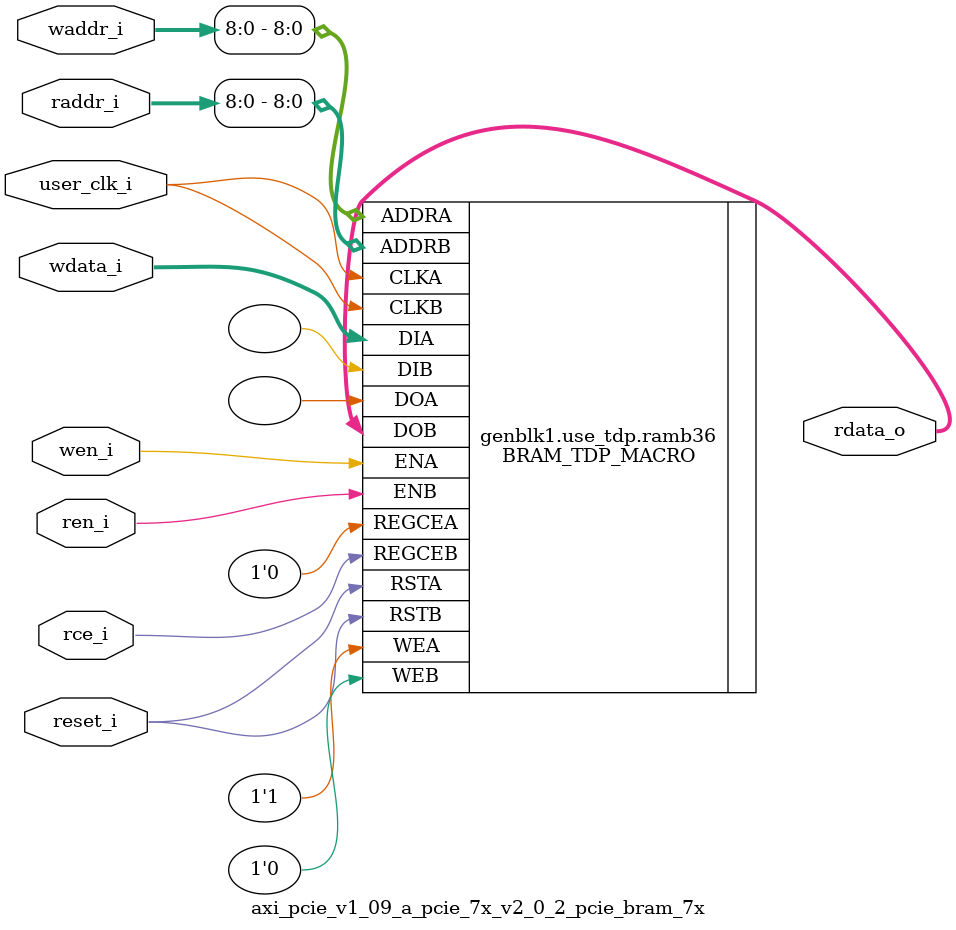
<source format=v>

`timescale 1ps/1ps

module axi_pcie_v1_09_a_pcie_7x_v2_0_2_pcie_bram_7x
  #(
    parameter [3:0]  LINK_CAP_MAX_LINK_SPEED = 4'h1,        // PCIe Link Speed : 1 - 2.5 GT/s; 2 - 5.0 GT/s
    parameter [5:0]  LINK_CAP_MAX_LINK_WIDTH = 6'h08,       // PCIe Link Width : 1 / 2 / 4 / 8
    parameter IMPL_TARGET = "HARD",                         // the implementation target : HARD, SOFT
    parameter DOB_REG = 0,                                  // 1 - use the output register;
                                                            // 0 - don't use the output register
    parameter WIDTH = 0                                     // supported WIDTH's : 4, 9, 18, 36 - uses RAMB36
                                                            //                     72 - uses RAMB36SDP
    )
    (
     input               user_clk_i,// user clock
     input               reset_i,   // bram reset

     input               wen_i,     // write enable
     input [12:0]        waddr_i,   // write address
     input [WIDTH - 1:0] wdata_i,   // write data

     input               ren_i,     // read enable
     input               rce_i,     // output register clock enable
     input [12:0]        raddr_i,   // read address

     output [WIDTH - 1:0] rdata_o   // read data
     );

   // map the address bits
   localparam ADDR_MSB = ((WIDTH == 4)  ? 12 :
                          (WIDTH == 9)  ? 11 :
                          (WIDTH == 18) ? 10 :
                          (WIDTH == 36) ?  9 :
                                           8
                          );

   // set the width of the tied off low address bits
   localparam ADDR_LO_BITS = ((WIDTH == 4)  ? 2 :
                              (WIDTH == 9)  ? 3 :
                              (WIDTH == 18) ? 4 :
                              (WIDTH == 36) ? 5 :
                                              0 // for WIDTH 72 use RAMB36SDP
                              );

   // map the data bits
   localparam D_MSB =  ((WIDTH == 4)  ?  3 :
                        (WIDTH == 9)  ?  7 :
                        (WIDTH == 18) ? 15 :
                        (WIDTH == 36) ? 31 :
                                        63
                        );

   // map the data parity bits
   localparam DP_LSB =  D_MSB + 1;

   localparam DP_MSB =  ((WIDTH == 4)  ? 4 :
                         (WIDTH == 9)  ? 8 :
                         (WIDTH == 18) ? 17 :
                         (WIDTH == 36) ? 35 :
                                         71
                        );

   localparam DPW = DP_MSB - DP_LSB + 1;
   localparam WRITE_MODE = ((WIDTH == 72) && (!((LINK_CAP_MAX_LINK_SPEED == 4'h2) && (LINK_CAP_MAX_LINK_WIDTH == 6'h08)))) ? "WRITE_FIRST" :
                           ((LINK_CAP_MAX_LINK_SPEED == 4'h2) && (LINK_CAP_MAX_LINK_WIDTH == 6'h08)) ? "WRITE_FIRST" : "NO_CHANGE";


   localparam DEVICE = (IMPL_TARGET == "HARD") ? "7SERIES" : "VIRTEX6";
   localparam BRAM_SIZE = "36Kb";

   localparam WE_WIDTH =(DEVICE == "VIRTEX5" || DEVICE == "VIRTEX6" || DEVICE == "7SERIES") ?
                            ((WIDTH <= 9) ? 1 :
                             (WIDTH > 9 && WIDTH <= 18) ? 2 :
                             (WIDTH > 18 && WIDTH <= 36) ? 4 :
                             (WIDTH > 36 && WIDTH <= 72) ? 8 :
                             (BRAM_SIZE == "18Kb") ? 4 : 8 ) : 8;

   //synthesis translate_off
   initial begin
      //$display("[%t] %m DOB_REG %0d WIDTH %0d ADDR_MSB %0d ADDR_LO_BITS %0d DP_MSB %0d DP_LSB %0d D_MSB %0d",
      //          $time, DOB_REG,   WIDTH,    ADDR_MSB,    ADDR_LO_BITS,    DP_MSB,    DP_LSB,    D_MSB);

      case (WIDTH)
        4,9,18,36,72:;
        default:
          begin
             $display("[%t] %m Error WIDTH %0d not supported", $time, WIDTH);
             $finish;
          end
      endcase // case (WIDTH)
   end
   //synthesis translate_on

   generate
   if ((LINK_CAP_MAX_LINK_WIDTH == 6'h08 && LINK_CAP_MAX_LINK_SPEED == 4'h2) || (WIDTH == 72)) begin : use_sdp
        BRAM_SDP_MACRO #(
               .DEVICE        (DEVICE),
               .BRAM_SIZE     (BRAM_SIZE),
               .DO_REG        (DOB_REG),
               .READ_WIDTH    (WIDTH),
               .WRITE_WIDTH   (WIDTH),
               .WRITE_MODE    (WRITE_MODE)
               )
        ramb36sdp(
               .DO             (rdata_o[WIDTH-1:0]),
               .DI             (wdata_i[WIDTH-1:0]),
               .RDADDR         (raddr_i[ADDR_MSB:0]),
               .RDCLK          (user_clk_i),
               .RDEN           (ren_i),
               .REGCE          (rce_i),
               .RST            (reset_i),
               .WE             ({WE_WIDTH{1'b1}}),
               .WRADDR         (waddr_i[ADDR_MSB:0]),
               .WRCLK          (user_clk_i),
               .WREN           (wen_i)
               );

    end  // block: use_sdp
    else if (WIDTH <= 36) begin : use_tdp
    // use RAMB36's if the width is 4, 9, 18, or 36
        BRAM_TDP_MACRO #(
               .DEVICE        (DEVICE),
               .BRAM_SIZE     (BRAM_SIZE),
               .DOA_REG       (0),
               .DOB_REG       (DOB_REG),
               .READ_WIDTH_A  (WIDTH),
               .READ_WIDTH_B  (WIDTH),
               .WRITE_WIDTH_A (WIDTH),
               .WRITE_WIDTH_B (WIDTH),
               .WRITE_MODE_A  (WRITE_MODE)
               )
        ramb36(
               .DOA            (),
               .DOB            (rdata_o[WIDTH-1:0]),
               .ADDRA          (waddr_i[ADDR_MSB:0]),
               .ADDRB          (raddr_i[ADDR_MSB:0]),
               .CLKA           (user_clk_i),
               .CLKB           (user_clk_i),
               .DIA            (wdata_i[WIDTH-1:0]),
               .DIB            ({WIDTH{1'b0}}),
               .ENA            (wen_i),
               .ENB            (ren_i),
               .REGCEA         (1'b0),
               .REGCEB         (rce_i),
               .RSTA           (reset_i),
               .RSTB           (reset_i),
               .WEA            ({WE_WIDTH{1'b1}}),
               .WEB            ({WE_WIDTH{1'b0}})
               );
   end // block: use_tdp
   endgenerate

endmodule // pcie_bram_7x


</source>
